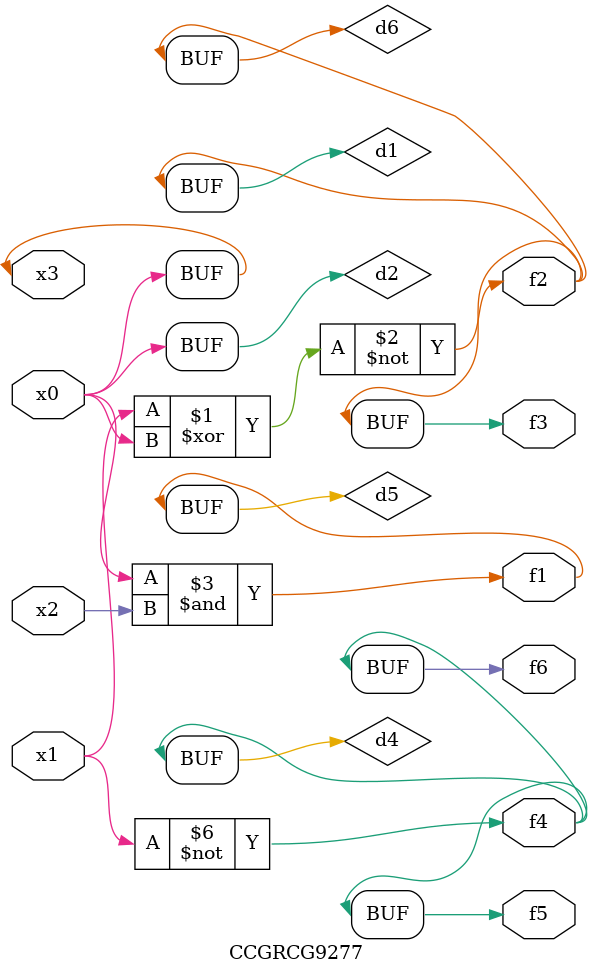
<source format=v>
module CCGRCG9277(
	input x0, x1, x2, x3,
	output f1, f2, f3, f4, f5, f6
);

	wire d1, d2, d3, d4, d5, d6;

	xnor (d1, x1, x3);
	buf (d2, x0, x3);
	nand (d3, x0, x2);
	not (d4, x1);
	nand (d5, d3);
	or (d6, d1);
	assign f1 = d5;
	assign f2 = d6;
	assign f3 = d6;
	assign f4 = d4;
	assign f5 = d4;
	assign f6 = d4;
endmodule

</source>
